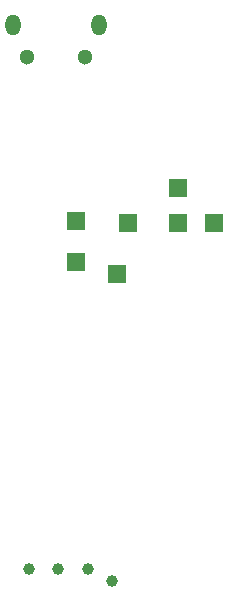
<source format=gbr>
%TF.GenerationSoftware,KiCad,Pcbnew,8.0.4*%
%TF.CreationDate,2024-10-09T22:08:27+01:00*%
%TF.ProjectId,esp32,65737033-322e-46b6-9963-61645f706362,rev?*%
%TF.SameCoordinates,Original*%
%TF.FileFunction,Soldermask,Bot*%
%TF.FilePolarity,Negative*%
%FSLAX46Y46*%
G04 Gerber Fmt 4.6, Leading zero omitted, Abs format (unit mm)*
G04 Created by KiCad (PCBNEW 8.0.4) date 2024-10-09 22:08:27*
%MOMM*%
%LPD*%
G01*
G04 APERTURE LIST*
%ADD10C,1.300000*%
%ADD11O,1.300000X1.800000*%
%ADD12R,1.500000X1.500000*%
%ADD13C,1.000000*%
G04 APERTURE END LIST*
D10*
%TO.C,USB1*%
X119369693Y-82119989D03*
D11*
X118169795Y-79449682D03*
X125419477Y-79449682D03*
D10*
X124219579Y-82119735D03*
%TD*%
D12*
%TO.C,TP14*%
X132154814Y-96209652D03*
%TD*%
D13*
%TO.C,TP30*%
X126500000Y-126500000D03*
%TD*%
D12*
%TO.C,TP15*%
X127919477Y-96209652D03*
%TD*%
D13*
%TO.C,TP32*%
X122000000Y-125500000D03*
%TD*%
D12*
%TO.C,TP13*%
X135154814Y-96209652D03*
%TD*%
%TO.C,TP36*%
X123500000Y-96000000D03*
%TD*%
%TO.C,TP12*%
X127000000Y-100500000D03*
%TD*%
D13*
%TO.C,TP33*%
X119500000Y-125500000D03*
%TD*%
D12*
%TO.C,TP16*%
X132154814Y-93209652D03*
%TD*%
D13*
%TO.C,TP31*%
X124500000Y-125500000D03*
%TD*%
D12*
%TO.C,TP35*%
X123500000Y-99500000D03*
%TD*%
M02*

</source>
